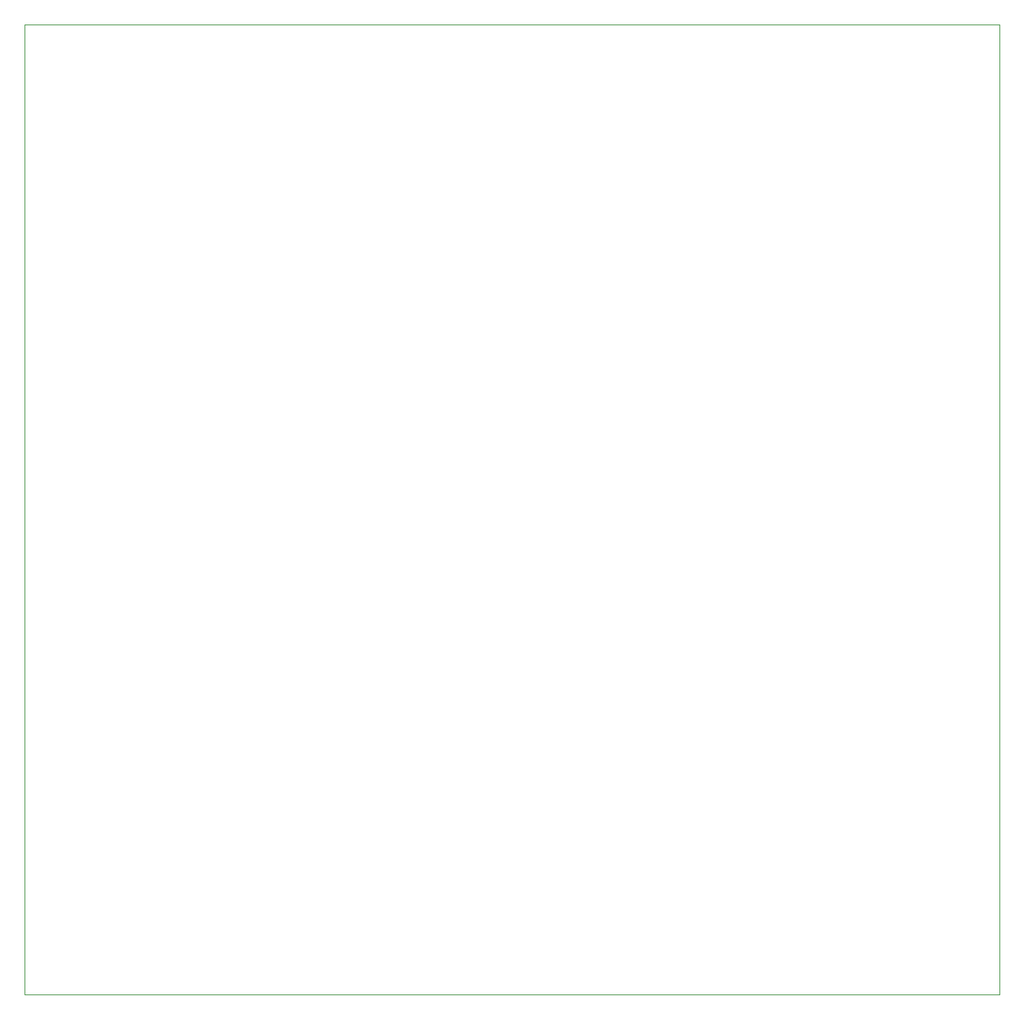
<source format=gbr>
%TF.GenerationSoftware,KiCad,Pcbnew,8.0.3*%
%TF.CreationDate,2025-06-05T12:32:52-07:00*%
%TF.ProjectId,Power_ManagementV2,506f7765-725f-44d6-916e-6167656d656e,rev?*%
%TF.SameCoordinates,Original*%
%TF.FileFunction,Profile,NP*%
%FSLAX46Y46*%
G04 Gerber Fmt 4.6, Leading zero omitted, Abs format (unit mm)*
G04 Created by KiCad (PCBNEW 8.0.3) date 2025-06-05 12:32:52*
%MOMM*%
%LPD*%
G01*
G04 APERTURE LIST*
%TA.AperFunction,Profile*%
%ADD10C,0.100000*%
%TD*%
G04 APERTURE END LIST*
D10*
X153924000Y-50342800D02*
X264871200Y-50342800D01*
X264871200Y-160842800D01*
X153924000Y-160842800D01*
X153924000Y-50342800D01*
M02*

</source>
